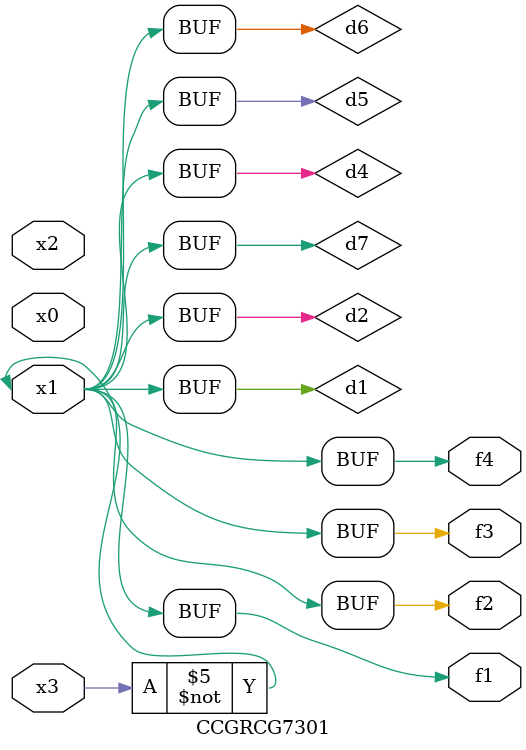
<source format=v>
module CCGRCG7301(
	input x0, x1, x2, x3,
	output f1, f2, f3, f4
);

	wire d1, d2, d3, d4, d5, d6, d7;

	not (d1, x3);
	buf (d2, x1);
	xnor (d3, d1, d2);
	nor (d4, d1);
	buf (d5, d1, d2);
	buf (d6, d4, d5);
	nand (d7, d4);
	assign f1 = d6;
	assign f2 = d7;
	assign f3 = d6;
	assign f4 = d6;
endmodule

</source>
